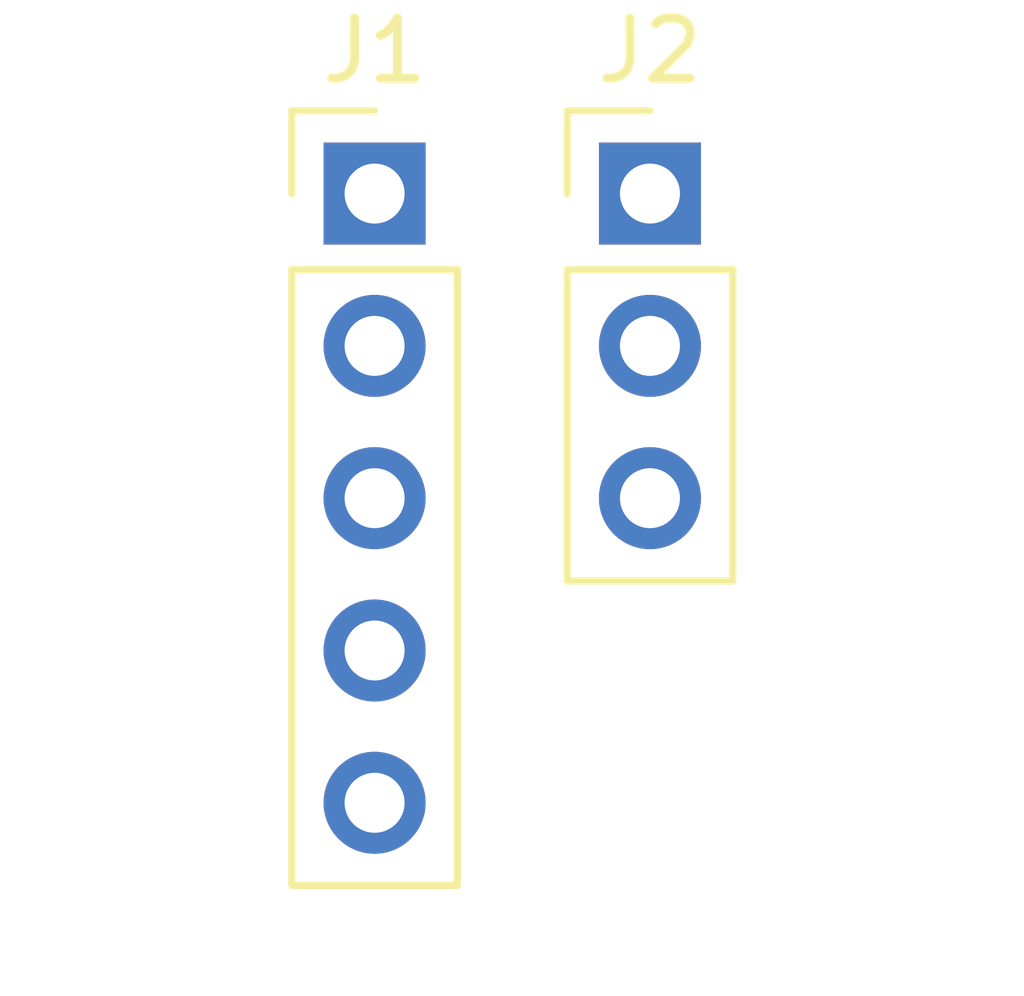
<source format=kicad_pcb>
(kicad_pcb (version 20241229) (generator "pcbnew") (generator_version "9.0")
  (layers (0 "F.Cu" signal) (2 "B.Cu" signal) (13 "F.Paste" user) (15 "B.Paste" user) (5 "F.SilkS" user "F.Silkscreen") (7 "B.SilkS" user "B.Silkscreen") (1 "F.Mask" user) (3 "B.Mask" user) (25 "Edge.Cuts" user))
  (net 0 "")
  (footprint "Connector_PinHeader_2.54mm:PinHeader_1x05_P2.54mm_Vertical" (layer "F.Cu") (at 115 71.34)
    (property "Reference" "J1" (at 0 -2.38 0) (layer "F.SilkS"))
    (property "Value" "Conn_01x05_Pin")
    (fp_line (start -1.38 -1.38) (end 0 -1.38) (stroke (width 0.12)) (layer "F.SilkS"))
    (fp_line (start -1.38 0) (end -1.38 -1.38) (stroke (width 0.12)) (layer "F.SilkS"))
    (fp_line (start -1.38 1.27) (end -1.38 11.54) (stroke (width 0.12)) (layer "F.SilkS"))
    (fp_line (start -1.38 1.27) (end 1.38 1.27) (stroke (width 0.12)) (layer "F.SilkS"))
    (fp_line (start -1.38 11.54) (end 1.38 11.54) (stroke (width 0.12)) (layer "F.SilkS"))
    (fp_line (start 1.38 1.27) (end 1.38 11.54) (stroke (width 0.12)) (layer "F.SilkS"))
    (pad "1" thru_hole rect (at 0 0) (size 1.7 1.7) (drill 1) (layers "*.Cu" "*.Mask"))
    (pad "2" thru_hole circle (at 0 2.54) (size 1.7 1.7) (drill 1) (layers "*.Cu" "*.Mask"))
    (pad "3" thru_hole circle (at 0 5.08) (size 1.7 1.7) (drill 1) (layers "*.Cu" "*.Mask"))
    (pad "4" thru_hole circle (at 0 7.62) (size 1.7 1.7) (drill 1) (layers "*.Cu" "*.Mask"))
    (pad "5" thru_hole circle (at 0 10.16) (size 1.7 1.7) (drill 1) (layers "*.Cu" "*.Mask"))
  )
  (footprint "Connector_PinHeader_2.54mm:PinHeader_1x03_P2.54mm_Vertical" (layer "F.Cu") (at 119.59 71.34)
    (property "Reference" "J2" (at 0 -2.38 0) (layer "F.SilkS"))
    (property "Value" "Conn_01x03_Pin")
    (fp_line (start -1.38 -1.38) (end 0 -1.38) (stroke (width 0.12)) (layer "F.SilkS"))
    (fp_line (start -1.38 0) (end -1.38 -1.38) (stroke (width 0.12)) (layer "F.SilkS"))
    (fp_line (start -1.38 1.27) (end -1.38 6.46) (stroke (width 0.12)) (layer "F.SilkS"))
    (fp_line (start -1.38 1.27) (end 1.38 1.27) (stroke (width 0.12)) (layer "F.SilkS"))
    (fp_line (start -1.38 6.46) (end 1.38 6.46) (stroke (width 0.12)) (layer "F.SilkS"))
    (fp_line (start 1.38 1.27) (end 1.38 6.46) (stroke (width 0.12)) (layer "F.SilkS"))
    (pad "1" thru_hole rect (at 0 0) (size 1.7 1.7) (drill 1) (layers "*.Cu" "*.Mask"))
    (pad "2" thru_hole circle (at 0 2.54) (size 1.7 1.7) (drill 1) (layers "*.Cu" "*.Mask"))
    (pad "3" thru_hole circle (at 0 5.08) (size 1.7 1.7) (drill 1) (layers "*.Cu" "*.Mask"))
  )
)
</source>
